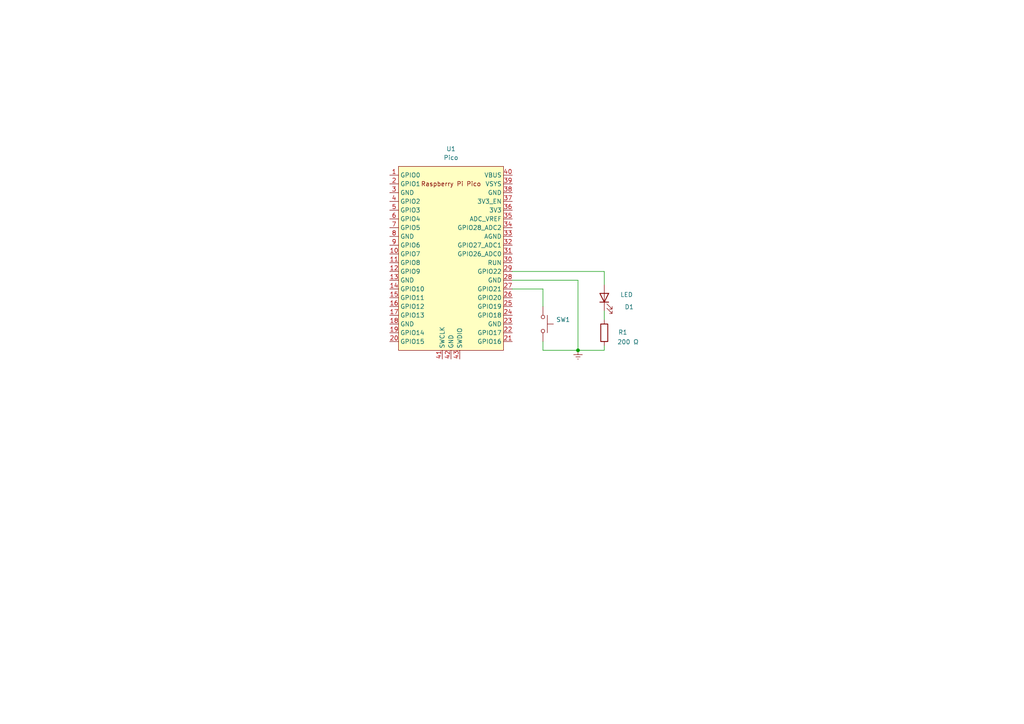
<source format=kicad_sch>
(kicad_sch (version 20231120) (generator "eeschema") (generator_version "8.0")
  (paper "A4")
  (lib_symbols
    (symbol "Device:LED" (pin_numbers hide) (pin_names (offset 1.016) hide)
      (property "Reference" "D" (at 0 2.54 0))
      (property "Value" "LED" (at 0 -2.54 0))
      (symbol "LED_0_1"
        (polyline (pts (xy -1.27 -1.27) (xy -1.27 1.27)) (stroke (width 0.254)))
        (polyline (pts (xy -1.27 0) (xy 1.27 0)))
        (polyline (pts (xy 1.27 -1.27) (xy 1.27 1.27) (xy -1.27 0) (xy 1.27 -1.27)) (stroke (width 0.254)))
        (polyline (pts (xy -3.048 -0.762) (xy -4.572 -2.286) (xy -3.81 -2.286) (xy -4.572 -2.286) (xy -4.572 -1.524)))
        (polyline (pts (xy -1.778 -0.762) (xy -3.302 -2.286) (xy -2.54 -2.286) (xy -3.302 -2.286) (xy -3.302 -1.524)))
      )
      (symbol "LED_1_1"
        (pin passive line (at -3.81 0 0) (length 2.54) (name "K") (number "1"))
        (pin passive line (at 3.81 0 180) (length 2.54) (name "A") (number "2"))
      )
    )
    (symbol "Device:R" (pin_numbers hide) (pin_names (offset 0))
      (property "Reference" "R" (at 2.032 0 90))
      (property "Value" "R" (at 0 0 90))
      (symbol "R_0_1"
        (rectangle (start -1.016 -2.54) (end 1.016 2.54) (stroke (width 0.254)))
      )
      (symbol "R_1_1"
        (pin passive line (at 0 3.81 270) (length 1.27) (name "~") (number "1"))
        (pin passive line (at 0 -3.81 90) (length 1.27) (name "~") (number "2"))
      )
    )
    (symbol "MCU_RaspberryPi_and_Boards:Pico"
      (property "Reference" "U" (at -13.97 27.94 0))
      (property "Value" "Pico" (at 0 19.05 0))
      (symbol "Pico_0_0"
        (text "Raspberry Pi Pico" (at 0 21.59 0) (effects (font (size 1.27 1.27))))
      )
      (symbol "Pico_0_1"
        (rectangle (start -15.24 26.67) (end 15.24 -26.67) (fill (type background)))
      )
      (symbol "Pico_1_1"
        (pin bidirectional line (at -17.78 24.13 0) (length 2.54) (name "GPIO0") (number "1"))
        (pin bidirectional line (at -17.78 1.27 0) (length 2.54) (name "GPIO7") (number "10"))
        (pin bidirectional line (at -17.78 -1.27 0) (length 2.54) (name "GPIO8") (number "11"))
        (pin bidirectional line (at -17.78 -3.81 0) (length 2.54) (name "GPIO9") (number "12"))
        (pin power_in line (at -17.78 -6.35 0) (length 2.54) (name "GND") (number "13"))
        (pin bidirectional line (at -17.78 -8.89 0) (length 2.54) (name "GPIO10") (number "14"))
        (pin bidirectional line (at -17.78 -11.43 0) (length 2.54) (name "GPIO11") (number "15"))
        (pin bidirectional line (at -17.78 -13.97 0) (length 2.54) (name "GPIO12") (number "16"))
        (pin bidirectional line (at -17.78 -16.51 0) (length 2.54) (name "GPIO13") (number "17"))
        (pin power_in line (at -17.78 -19.05 0) (length 2.54) (name "GND") (number "18"))
        (pin bidirectional line (at -17.78 -21.59 0) (length 2.54) (name "GPIO14") (number "19"))
        (pin bidirectional line (at -17.78 21.59 0) (length 2.54) (name "GPIO1") (number "2"))
        (pin bidirectional line (at -17.78 -24.13 0) (length 2.54) (name "GPIO15") (number "20"))
        (pin bidirectional line (at 17.78 -24.13 180) (length 2.54) (name "GPIO16") (number "21"))
        (pin bidirectional line (at 17.78 -21.59 180) (length 2.54) (name "GPIO17") (number "22"))
        (pin power_in line (at 17.78 -19.05 180) (length 2.54) (name "GND") (number "23"))
        (pin bidirectional line (at 17.78 -16.51 180) (length 2.54) (name "GPIO18") (number "24"))
        (pin bidirectional line (at 17.78 -13.97 180) (length 2.54) (name "GPIO19") (number "25"))
        (pin bidirectional line (at 17.78 -11.43 180) (length 2.54) (name "GPIO20") (number "26"))
        (pin bidirectional line (at 17.78 -8.89 180) (length 2.54) (name "GPIO21") (number "27"))
        (pin power_in line (at 17.78 -6.35 180) (length 2.54) (name "GND") (number "28"))
        (pin bidirectional line (at 17.78 -3.81 180) (length 2.54) (name "GPIO22") (number "29"))
        (pin power_in line (at -17.78 19.05 0) (length 2.54) (name "GND") (number "3"))
        (pin input line (at 17.78 -1.27 180) (length 2.54) (name "RUN") (number "30"))
        (pin bidirectional line (at 17.78 1.27 180) (length 2.54) (name "GPIO26_ADC0") (number "31"))
        (pin bidirectional line (at 17.78 3.81 180) (length 2.54) (name "GPIO27_ADC1") (number "32"))
        (pin power_in line (at 17.78 6.35 180) (length 2.54) (name "AGND") (number "33"))
        (pin bidirectional line (at 17.78 8.89 180) (length 2.54) (name "GPIO28_ADC2") (number "34"))
        (pin power_in line (at 17.78 11.43 180) (length 2.54) (name "ADC_VREF") (number "35"))
        (pin power_in line (at 17.78 13.97 180) (length 2.54) (name "3V3") (number "36"))
        (pin input line (at 17.78 16.51 180) (length 2.54) (name "3V3_EN") (number "37"))
        (pin bidirectional line (at 17.78 19.05 180) (length 2.54) (name "GND") (number "38"))
        (pin power_in line (at 17.78 21.59 180) (length 2.54) (name "VSYS") (number "39"))
        (pin bidirectional line (at -17.78 16.51 0) (length 2.54) (name "GPIO2") (number "4"))
        (pin power_in line (at 17.78 24.13 180) (length 2.54) (name "VBUS") (number "40"))
        (pin input line (at -2.54 -29.21 90) (length 2.54) (name "SWCLK") (number "41"))
        (pin power_in line (at 0 -29.21 90) (length 2.54) (name "GND") (number "42"))
        (pin bidirectional line (at 2.54 -29.21 90) (length 2.54) (name "SWDIO") (number "43"))
        (pin bidirectional line (at -17.78 13.97 0) (length 2.54) (name "GPIO3") (number "5"))
        (pin bidirectional line (at -17.78 11.43 0) (length 2.54) (name "GPIO4") (number "6"))
        (pin bidirectional line (at -17.78 8.89 0) (length 2.54) (name "GPIO5") (number "7"))
        (pin power_in line (at -17.78 6.35 0) (length 2.54) (name "GND") (number "8"))
        (pin bidirectional line (at -17.78 3.81 0) (length 2.54) (name "GPIO6") (number "9"))
      )
    )
    (symbol "Switch:SW_Push" (pin_numbers hide) (pin_names (offset 1.016) hide)
      (property "Reference" "SW" (at 1.27 2.54 0))
      (property "Value" "SW_Push" (at 0 -1.524 0))
      (symbol "SW_Push_0_1"
        (circle (center -2.032 0) (radius 0.508))
        (polyline (pts (xy 0 1.27) (xy 0 3.048)))
        (polyline (pts (xy 2.54 1.27) (xy -2.54 1.27)))
        (circle (center 2.032 0) (radius 0.508))
        (pin passive line (at -5.08 0 0) (length 2.54) (name "1") (number "1"))
        (pin passive line (at 5.08 0 180) (length 2.54) (name "2") (number "2"))
      )
    )
    (symbol "power:Earth" (power) (pin_numbers hide) (pin_names (offset 0) hide)
      (property "Value" "Earth" (at 0 -3.81 0))
      (symbol "Earth_0_1"
        (polyline (pts (xy -0.635 -1.905) (xy 0.635 -1.905)))
        (polyline (pts (xy -0.127 -2.54) (xy 0.127 -2.54)))
        (polyline (pts (xy 0 -1.27) (xy 0 0)))
        (polyline (pts (xy 1.27 -1.27) (xy -1.27 -1.27)))
      )
      (symbol "Earth_1_1"
        (pin power_in line (at 0 0 270) (length 0) (name "~") (number "1"))
      )
    )
  )
  (junction (at 167.64 101.6))
  (wire (pts (xy 157.48 101.6) (xy 167.64 101.6)))
  (wire (pts (xy 157.48 99.06) (xy 157.48 101.6)))
  (wire (pts (xy 175.26 92.71) (xy 175.26 90.17)))
  (wire (pts (xy 167.64 101.6) (xy 175.26 101.6)))
  (wire (pts (xy 157.48 83.82) (xy 157.48 88.9)))
  (wire (pts (xy 148.59 81.28) (xy 167.64 81.28)))
  (wire (pts (xy 175.26 78.74) (xy 148.59 78.74)))
  (wire (pts (xy 175.26 100.33) (xy 175.26 101.6)))
  (wire (pts (xy 175.26 78.74) (xy 175.26 82.55)))
  (wire (pts (xy 167.64 81.28) (xy 167.64 101.6)))
  (wire (pts (xy 148.59 83.82) (xy 157.48 83.82)))
  (symbol (lib_id "MCU_RaspberryPi_and_Boards:Pico") (at 130.81 74.93 0) (unit 1)
    (property "Reference" "U1" (at 130.81 43.18 0))
    (property "Value" "Pico" (at 130.81 45.72 0))
    (property "Footprint" "RPi_Pico:RPi_Pico_SMD_TH" (effects (hide yes)))
  )
  (symbol (lib_id "Device:R") (at 175.26 96.52 180) (unit 1)
    (property "Reference" "R1" (at 181.991 96.393 0) (effects (justify left)))
    (property "Value" "200 Ω" (at 185.293 99.187 0) (effects (justify left)))
    (property "Description" "Resistor" (effects (hide yes)))
  )
  (symbol (lib_id "power:Earth") (at 167.64 101.6 0) (unit 1)
    (property "Reference" "#PWR01" (effects (hide yes)))
    (property "Value" "Earth" (effects (hide yes)))
    (property "Description" "Power symbol creates a global label with name \"Earth\"" (effects (hide yes)))
  )
  (symbol (lib_id "Device:LED") (at 175.26 86.36 90) (unit 1)
    (property "Reference" "D1" (at 182.499 89.027 90))
    (property "Value" "LED" (at 181.737 85.471 90))
    (property "Description" "Light emitting diode" (effects (hide yes)))
  )
  (symbol (lib_id "Switch:SW_Push") (at 157.48 93.98 270) (unit 1)
    (property "Reference" "SW1" (at 161.29 92.7099 90) (effects (justify left)))
    (property "Value" "SW_Push" (effects (hide yes)))
    (property "Description" "Push button switch, generic, two pins" (effects (hide yes)))
  )
)
</source>
